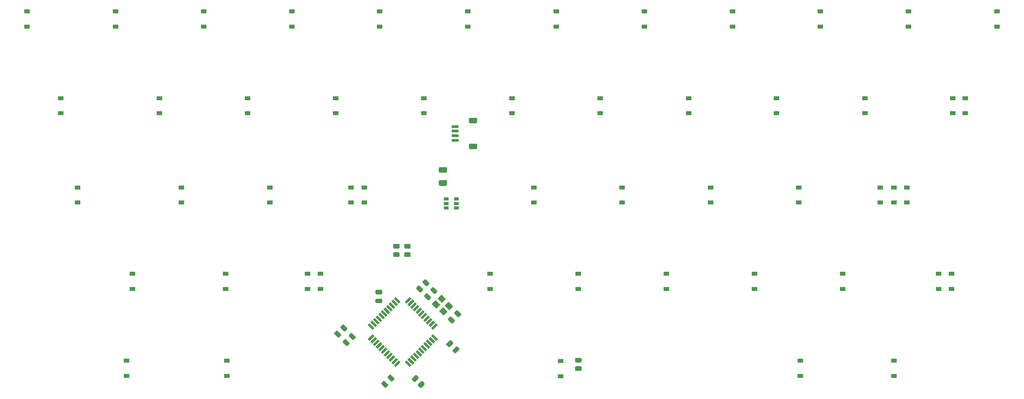
<source format=gbr>
%TF.GenerationSoftware,KiCad,Pcbnew,(5.1.9)-1*%
%TF.CreationDate,2021-01-25T12:39:42+01:00*%
%TF.ProjectId,FriedrichPCB,46726965-6472-4696-9368-5043422e6b69,rev?*%
%TF.SameCoordinates,Original*%
%TF.FileFunction,Paste,Bot*%
%TF.FilePolarity,Positive*%
%FSLAX46Y46*%
G04 Gerber Fmt 4.6, Leading zero omitted, Abs format (unit mm)*
G04 Created by KiCad (PCBNEW (5.1.9)-1) date 2021-01-25 12:39:42*
%MOMM*%
%LPD*%
G01*
G04 APERTURE LIST*
%ADD10C,0.100000*%
%ADD11R,1.060000X0.650000*%
%ADD12R,1.200000X0.900000*%
G04 APERTURE END LIST*
%TO.C,USB1*%
G36*
G01*
X139604199Y-86528000D02*
X140904201Y-86528000D01*
G75*
G02*
X141154200Y-86777999I0J-249999D01*
G01*
X141154200Y-87478001D01*
G75*
G02*
X140904201Y-87728000I-249999J0D01*
G01*
X139604199Y-87728000D01*
G75*
G02*
X139354200Y-87478001I0J249999D01*
G01*
X139354200Y-86777999D01*
G75*
G02*
X139604199Y-86528000I249999J0D01*
G01*
G37*
G36*
G01*
X139604199Y-80928000D02*
X140904201Y-80928000D01*
G75*
G02*
X141154200Y-81177999I0J-249999D01*
G01*
X141154200Y-81878001D01*
G75*
G02*
X140904201Y-82128000I-249999J0D01*
G01*
X139604199Y-82128000D01*
G75*
G02*
X139354200Y-81878001I0J249999D01*
G01*
X139354200Y-81177999D01*
G75*
G02*
X139604199Y-80928000I249999J0D01*
G01*
G37*
G36*
G01*
X135754200Y-85528000D02*
X137004200Y-85528000D01*
G75*
G02*
X137154200Y-85678000I0J-150000D01*
G01*
X137154200Y-85978000D01*
G75*
G02*
X137004200Y-86128000I-150000J0D01*
G01*
X135754200Y-86128000D01*
G75*
G02*
X135604200Y-85978000I0J150000D01*
G01*
X135604200Y-85678000D01*
G75*
G02*
X135754200Y-85528000I150000J0D01*
G01*
G37*
G36*
G01*
X135754200Y-84528000D02*
X137004200Y-84528000D01*
G75*
G02*
X137154200Y-84678000I0J-150000D01*
G01*
X137154200Y-84978000D01*
G75*
G02*
X137004200Y-85128000I-150000J0D01*
G01*
X135754200Y-85128000D01*
G75*
G02*
X135604200Y-84978000I0J150000D01*
G01*
X135604200Y-84678000D01*
G75*
G02*
X135754200Y-84528000I150000J0D01*
G01*
G37*
G36*
G01*
X135754200Y-83528000D02*
X137004200Y-83528000D01*
G75*
G02*
X137154200Y-83678000I0J-150000D01*
G01*
X137154200Y-83978000D01*
G75*
G02*
X137004200Y-84128000I-150000J0D01*
G01*
X135754200Y-84128000D01*
G75*
G02*
X135604200Y-83978000I0J150000D01*
G01*
X135604200Y-83678000D01*
G75*
G02*
X135754200Y-83528000I150000J0D01*
G01*
G37*
G36*
G01*
X135754200Y-82528000D02*
X137004200Y-82528000D01*
G75*
G02*
X137154200Y-82678000I0J-150000D01*
G01*
X137154200Y-82978000D01*
G75*
G02*
X137004200Y-83128000I-150000J0D01*
G01*
X135754200Y-83128000D01*
G75*
G02*
X135604200Y-82978000I0J150000D01*
G01*
X135604200Y-82678000D01*
G75*
G02*
X135754200Y-82528000I150000J0D01*
G01*
G37*
%TD*%
D10*
%TO.C,X1*%
G36*
X135952897Y-121659488D02*
G01*
X135104369Y-122508016D01*
X134114419Y-121518066D01*
X134962947Y-120669538D01*
X135952897Y-121659488D01*
G37*
G36*
X134397262Y-120103853D02*
G01*
X133548734Y-120952381D01*
X132558784Y-119962431D01*
X133407312Y-119113903D01*
X134397262Y-120103853D01*
G37*
G36*
X133195181Y-121305934D02*
G01*
X132346653Y-122154462D01*
X131356703Y-121164512D01*
X132205231Y-120315984D01*
X133195181Y-121305934D01*
G37*
G36*
X134750816Y-122861569D02*
G01*
X133902288Y-123710097D01*
X132912338Y-122720147D01*
X133760866Y-121871619D01*
X134750816Y-122861569D01*
G37*
%TD*%
D11*
%TO.C,U2*%
X134485200Y-99466400D03*
X134485200Y-98516400D03*
X134485200Y-100416400D03*
X136685200Y-100416400D03*
X136685200Y-99466400D03*
X136685200Y-98516400D03*
%TD*%
D10*
%TO.C,U1*%
G36*
X118546540Y-127731298D02*
G01*
X118935448Y-128120206D01*
X117874788Y-129180866D01*
X117485880Y-128791958D01*
X118546540Y-127731298D01*
G37*
G36*
X119112226Y-128296983D02*
G01*
X119501134Y-128685891D01*
X118440474Y-129746551D01*
X118051566Y-129357643D01*
X119112226Y-128296983D01*
G37*
G36*
X119677911Y-128862668D02*
G01*
X120066819Y-129251576D01*
X119006159Y-130312236D01*
X118617251Y-129923328D01*
X119677911Y-128862668D01*
G37*
G36*
X120243596Y-129428354D02*
G01*
X120632504Y-129817262D01*
X119571844Y-130877922D01*
X119182936Y-130489014D01*
X120243596Y-129428354D01*
G37*
G36*
X120809282Y-129994039D02*
G01*
X121198190Y-130382947D01*
X120137530Y-131443607D01*
X119748622Y-131054699D01*
X120809282Y-129994039D01*
G37*
G36*
X121374967Y-130559725D02*
G01*
X121763875Y-130948633D01*
X120703215Y-132009293D01*
X120314307Y-131620385D01*
X121374967Y-130559725D01*
G37*
G36*
X121940653Y-131125410D02*
G01*
X122329561Y-131514318D01*
X121268901Y-132574978D01*
X120879993Y-132186070D01*
X121940653Y-131125410D01*
G37*
G36*
X122506338Y-131691096D02*
G01*
X122895246Y-132080004D01*
X121834586Y-133140664D01*
X121445678Y-132751756D01*
X122506338Y-131691096D01*
G37*
G36*
X123072024Y-132256781D02*
G01*
X123460932Y-132645689D01*
X122400272Y-133706349D01*
X122011364Y-133317441D01*
X123072024Y-132256781D01*
G37*
G36*
X123637709Y-132822466D02*
G01*
X124026617Y-133211374D01*
X122965957Y-134272034D01*
X122577049Y-133883126D01*
X123637709Y-132822466D01*
G37*
G36*
X124203394Y-133388152D02*
G01*
X124592302Y-133777060D01*
X123531642Y-134837720D01*
X123142734Y-134448812D01*
X124203394Y-133388152D01*
G37*
G36*
X125546898Y-133777060D02*
G01*
X125935806Y-133388152D01*
X126996466Y-134448812D01*
X126607558Y-134837720D01*
X125546898Y-133777060D01*
G37*
G36*
X126112583Y-133211374D02*
G01*
X126501491Y-132822466D01*
X127562151Y-133883126D01*
X127173243Y-134272034D01*
X126112583Y-133211374D01*
G37*
G36*
X126678268Y-132645689D02*
G01*
X127067176Y-132256781D01*
X128127836Y-133317441D01*
X127738928Y-133706349D01*
X126678268Y-132645689D01*
G37*
G36*
X127243954Y-132080004D02*
G01*
X127632862Y-131691096D01*
X128693522Y-132751756D01*
X128304614Y-133140664D01*
X127243954Y-132080004D01*
G37*
G36*
X127809639Y-131514318D02*
G01*
X128198547Y-131125410D01*
X129259207Y-132186070D01*
X128870299Y-132574978D01*
X127809639Y-131514318D01*
G37*
G36*
X128375325Y-130948633D02*
G01*
X128764233Y-130559725D01*
X129824893Y-131620385D01*
X129435985Y-132009293D01*
X128375325Y-130948633D01*
G37*
G36*
X128941010Y-130382947D02*
G01*
X129329918Y-129994039D01*
X130390578Y-131054699D01*
X130001670Y-131443607D01*
X128941010Y-130382947D01*
G37*
G36*
X129506696Y-129817262D02*
G01*
X129895604Y-129428354D01*
X130956264Y-130489014D01*
X130567356Y-130877922D01*
X129506696Y-129817262D01*
G37*
G36*
X130072381Y-129251576D02*
G01*
X130461289Y-128862668D01*
X131521949Y-129923328D01*
X131133041Y-130312236D01*
X130072381Y-129251576D01*
G37*
G36*
X130638066Y-128685891D02*
G01*
X131026974Y-128296983D01*
X132087634Y-129357643D01*
X131698726Y-129746551D01*
X130638066Y-128685891D01*
G37*
G36*
X131203752Y-128120206D02*
G01*
X131592660Y-127731298D01*
X132653320Y-128791958D01*
X132264412Y-129180866D01*
X131203752Y-128120206D01*
G37*
G36*
X132264412Y-125327134D02*
G01*
X132653320Y-125716042D01*
X131592660Y-126776702D01*
X131203752Y-126387794D01*
X132264412Y-125327134D01*
G37*
G36*
X131698726Y-124761449D02*
G01*
X132087634Y-125150357D01*
X131026974Y-126211017D01*
X130638066Y-125822109D01*
X131698726Y-124761449D01*
G37*
G36*
X131133041Y-124195764D02*
G01*
X131521949Y-124584672D01*
X130461289Y-125645332D01*
X130072381Y-125256424D01*
X131133041Y-124195764D01*
G37*
G36*
X130567356Y-123630078D02*
G01*
X130956264Y-124018986D01*
X129895604Y-125079646D01*
X129506696Y-124690738D01*
X130567356Y-123630078D01*
G37*
G36*
X130001670Y-123064393D02*
G01*
X130390578Y-123453301D01*
X129329918Y-124513961D01*
X128941010Y-124125053D01*
X130001670Y-123064393D01*
G37*
G36*
X129435985Y-122498707D02*
G01*
X129824893Y-122887615D01*
X128764233Y-123948275D01*
X128375325Y-123559367D01*
X129435985Y-122498707D01*
G37*
G36*
X128870299Y-121933022D02*
G01*
X129259207Y-122321930D01*
X128198547Y-123382590D01*
X127809639Y-122993682D01*
X128870299Y-121933022D01*
G37*
G36*
X128304614Y-121367336D02*
G01*
X128693522Y-121756244D01*
X127632862Y-122816904D01*
X127243954Y-122427996D01*
X128304614Y-121367336D01*
G37*
G36*
X127738928Y-120801651D02*
G01*
X128127836Y-121190559D01*
X127067176Y-122251219D01*
X126678268Y-121862311D01*
X127738928Y-120801651D01*
G37*
G36*
X127173243Y-120235966D02*
G01*
X127562151Y-120624874D01*
X126501491Y-121685534D01*
X126112583Y-121296626D01*
X127173243Y-120235966D01*
G37*
G36*
X126607558Y-119670280D02*
G01*
X126996466Y-120059188D01*
X125935806Y-121119848D01*
X125546898Y-120730940D01*
X126607558Y-119670280D01*
G37*
G36*
X123142734Y-120059188D02*
G01*
X123531642Y-119670280D01*
X124592302Y-120730940D01*
X124203394Y-121119848D01*
X123142734Y-120059188D01*
G37*
G36*
X122577049Y-120624874D02*
G01*
X122965957Y-120235966D01*
X124026617Y-121296626D01*
X123637709Y-121685534D01*
X122577049Y-120624874D01*
G37*
G36*
X122011364Y-121190559D02*
G01*
X122400272Y-120801651D01*
X123460932Y-121862311D01*
X123072024Y-122251219D01*
X122011364Y-121190559D01*
G37*
G36*
X121445678Y-121756244D02*
G01*
X121834586Y-121367336D01*
X122895246Y-122427996D01*
X122506338Y-122816904D01*
X121445678Y-121756244D01*
G37*
G36*
X120879993Y-122321930D02*
G01*
X121268901Y-121933022D01*
X122329561Y-122993682D01*
X121940653Y-123382590D01*
X120879993Y-122321930D01*
G37*
G36*
X120314307Y-122887615D02*
G01*
X120703215Y-122498707D01*
X121763875Y-123559367D01*
X121374967Y-123948275D01*
X120314307Y-122887615D01*
G37*
G36*
X119748622Y-123453301D02*
G01*
X120137530Y-123064393D01*
X121198190Y-124125053D01*
X120809282Y-124513961D01*
X119748622Y-123453301D01*
G37*
G36*
X119182936Y-124018986D02*
G01*
X119571844Y-123630078D01*
X120632504Y-124690738D01*
X120243596Y-125079646D01*
X119182936Y-124018986D01*
G37*
G36*
X118617251Y-124584672D02*
G01*
X119006159Y-124195764D01*
X120066819Y-125256424D01*
X119677911Y-125645332D01*
X118617251Y-124584672D01*
G37*
G36*
X118051566Y-125150357D02*
G01*
X118440474Y-124761449D01*
X119501134Y-125822109D01*
X119112226Y-126211017D01*
X118051566Y-125150357D01*
G37*
G36*
X117485880Y-125716042D02*
G01*
X117874788Y-125327134D01*
X118935448Y-126387794D01*
X118546540Y-126776702D01*
X117485880Y-125716042D01*
G37*
%TD*%
%TO.C,R5*%
G36*
G01*
X162567198Y-134664400D02*
X163467202Y-134664400D01*
G75*
G02*
X163717200Y-134914398I0J-249998D01*
G01*
X163717200Y-135439402D01*
G75*
G02*
X163467202Y-135689400I-249998J0D01*
G01*
X162567198Y-135689400D01*
G75*
G02*
X162317200Y-135439402I0J249998D01*
G01*
X162317200Y-134914398D01*
G75*
G02*
X162567198Y-134664400I249998J0D01*
G01*
G37*
G36*
G01*
X162567198Y-132839400D02*
X163467202Y-132839400D01*
G75*
G02*
X163717200Y-133089398I0J-249998D01*
G01*
X163717200Y-133614402D01*
G75*
G02*
X163467202Y-133864400I-249998J0D01*
G01*
X162567198Y-133864400D01*
G75*
G02*
X162317200Y-133614402I0J249998D01*
G01*
X162317200Y-133089398D01*
G75*
G02*
X162567198Y-132839400I249998J0D01*
G01*
G37*
%TD*%
%TO.C,R3*%
G36*
G01*
X128457756Y-137371757D02*
X127821357Y-138008156D01*
G75*
G02*
X127467807Y-138008156I-176775J176775D01*
G01*
X127096574Y-137636923D01*
G75*
G02*
X127096574Y-137283373I176775J176775D01*
G01*
X127732973Y-136646974D01*
G75*
G02*
X128086523Y-136646974I176775J-176775D01*
G01*
X128457756Y-137018207D01*
G75*
G02*
X128457756Y-137371757I-176775J-176775D01*
G01*
G37*
G36*
G01*
X129748226Y-138662227D02*
X129111827Y-139298626D01*
G75*
G02*
X128758277Y-139298626I-176775J176775D01*
G01*
X128387044Y-138927393D01*
G75*
G02*
X128387044Y-138573843I176775J176775D01*
G01*
X129023443Y-137937444D01*
G75*
G02*
X129376993Y-137937444I176775J-176775D01*
G01*
X129748226Y-138308677D01*
G75*
G02*
X129748226Y-138662227I-176775J-176775D01*
G01*
G37*
%TD*%
%TO.C,R2*%
G36*
G01*
X123247998Y-110026400D02*
X124148002Y-110026400D01*
G75*
G02*
X124398000Y-110276398I0J-249998D01*
G01*
X124398000Y-110801402D01*
G75*
G02*
X124148002Y-111051400I-249998J0D01*
G01*
X123247998Y-111051400D01*
G75*
G02*
X122998000Y-110801402I0J249998D01*
G01*
X122998000Y-110276398D01*
G75*
G02*
X123247998Y-110026400I249998J0D01*
G01*
G37*
G36*
G01*
X123247998Y-108201400D02*
X124148002Y-108201400D01*
G75*
G02*
X124398000Y-108451398I0J-249998D01*
G01*
X124398000Y-108976402D01*
G75*
G02*
X124148002Y-109226400I-249998J0D01*
G01*
X123247998Y-109226400D01*
G75*
G02*
X122998000Y-108976402I0J249998D01*
G01*
X122998000Y-108451398D01*
G75*
G02*
X123247998Y-108201400I249998J0D01*
G01*
G37*
%TD*%
%TO.C,R1*%
G36*
G01*
X125635598Y-110026400D02*
X126535602Y-110026400D01*
G75*
G02*
X126785600Y-110276398I0J-249998D01*
G01*
X126785600Y-110801402D01*
G75*
G02*
X126535602Y-111051400I-249998J0D01*
G01*
X125635598Y-111051400D01*
G75*
G02*
X125385600Y-110801402I0J249998D01*
G01*
X125385600Y-110276398D01*
G75*
G02*
X125635598Y-110026400I249998J0D01*
G01*
G37*
G36*
G01*
X125635598Y-108201400D02*
X126535602Y-108201400D01*
G75*
G02*
X126785600Y-108451398I0J-249998D01*
G01*
X126785600Y-108976402D01*
G75*
G02*
X126535602Y-109226400I-249998J0D01*
G01*
X125635598Y-109226400D01*
G75*
G02*
X125385600Y-108976402I0J249998D01*
G01*
X125385600Y-108451398D01*
G75*
G02*
X125635598Y-108201400I249998J0D01*
G01*
G37*
%TD*%
%TO.C,F1*%
G36*
G01*
X133131400Y-94399400D02*
X134381400Y-94399400D01*
G75*
G02*
X134631400Y-94649400I0J-250000D01*
G01*
X134631400Y-95399400D01*
G75*
G02*
X134381400Y-95649400I-250000J0D01*
G01*
X133131400Y-95649400D01*
G75*
G02*
X132881400Y-95399400I0J250000D01*
G01*
X132881400Y-94649400D01*
G75*
G02*
X133131400Y-94399400I250000J0D01*
G01*
G37*
G36*
G01*
X133131400Y-91599400D02*
X134381400Y-91599400D01*
G75*
G02*
X134631400Y-91849400I0J-250000D01*
G01*
X134631400Y-92599400D01*
G75*
G02*
X134381400Y-92849400I-250000J0D01*
G01*
X133131400Y-92849400D01*
G75*
G02*
X132881400Y-92599400I0J250000D01*
G01*
X132881400Y-91849400D01*
G75*
G02*
X133131400Y-91599400I250000J0D01*
G01*
G37*
%TD*%
D12*
%TO.C,D63*%
X231241600Y-133478000D03*
X231241600Y-136778000D03*
%TD*%
%TO.C,D62*%
X211023200Y-133478000D03*
X211023200Y-136778000D03*
%TD*%
%TO.C,D58*%
X159156400Y-133528800D03*
X159156400Y-136828800D03*
%TD*%
%TO.C,D54*%
X87020400Y-133427200D03*
X87020400Y-136727200D03*
%TD*%
%TO.C,D53*%
X65379600Y-133427200D03*
X65379600Y-136727200D03*
%TD*%
%TO.C,D51*%
X243687600Y-114631200D03*
X243687600Y-117931200D03*
%TD*%
%TO.C,D49*%
X240842800Y-114631200D03*
X240842800Y-117931200D03*
%TD*%
%TO.C,D48*%
X220167200Y-114631200D03*
X220167200Y-117931200D03*
%TD*%
%TO.C,D47*%
X201117200Y-114631200D03*
X201117200Y-117931200D03*
%TD*%
%TO.C,D46*%
X182016400Y-114631200D03*
X182016400Y-117931200D03*
%TD*%
%TO.C,D45*%
X162966400Y-114631200D03*
X162966400Y-117931200D03*
%TD*%
%TO.C,D44*%
X143967200Y-114631200D03*
X143967200Y-117931200D03*
%TD*%
%TO.C,D43*%
X107289600Y-114631200D03*
X107289600Y-117931200D03*
%TD*%
%TO.C,D42*%
X104444800Y-114631200D03*
X104444800Y-117931200D03*
%TD*%
%TO.C,D41*%
X86766400Y-114631200D03*
X86766400Y-117931200D03*
%TD*%
%TO.C,D40*%
X66649600Y-114682000D03*
X66649600Y-117982000D03*
%TD*%
%TO.C,D38*%
X234035600Y-95987600D03*
X234035600Y-99287600D03*
%TD*%
%TO.C,D36*%
X228295200Y-95987600D03*
X228295200Y-99287600D03*
%TD*%
%TO.C,D35*%
X210616800Y-95987600D03*
X210616800Y-99287600D03*
%TD*%
%TO.C,D34*%
X191566800Y-95987600D03*
X191566800Y-99287600D03*
%TD*%
%TO.C,D33*%
X172466000Y-95987600D03*
X172466000Y-99287600D03*
%TD*%
%TO.C,D32*%
X153416000Y-95987600D03*
X153416000Y-99287600D03*
%TD*%
%TO.C,D31*%
X116738400Y-95987600D03*
X116738400Y-99287600D03*
%TD*%
%TO.C,D30*%
X113893600Y-95987600D03*
X113893600Y-99287600D03*
%TD*%
%TO.C,D29*%
X96316800Y-95987600D03*
X96316800Y-99287600D03*
%TD*%
%TO.C,D28*%
X77216000Y-95987600D03*
X77216000Y-99287600D03*
%TD*%
%TO.C,D27*%
X54762400Y-95987600D03*
X54762400Y-99287600D03*
%TD*%
%TO.C,D25*%
X246634000Y-76683600D03*
X246634000Y-79983600D03*
%TD*%
%TO.C,D24*%
X243941600Y-76683600D03*
X243941600Y-79983600D03*
%TD*%
%TO.C,D23*%
X224942400Y-76683600D03*
X224942400Y-79983600D03*
%TD*%
%TO.C,D22*%
X205841600Y-76683600D03*
X205841600Y-79983600D03*
%TD*%
%TO.C,D21*%
X186842400Y-76683600D03*
X186842400Y-79983600D03*
%TD*%
%TO.C,D20*%
X167741600Y-76683600D03*
X167741600Y-79983600D03*
%TD*%
%TO.C,D19*%
X148691600Y-76683600D03*
X148691600Y-79983600D03*
%TD*%
%TO.C,D18*%
X129641600Y-76683600D03*
X129641600Y-79983600D03*
%TD*%
%TO.C,D17*%
X110591600Y-76683600D03*
X110591600Y-79983600D03*
%TD*%
%TO.C,D16*%
X91541600Y-76683600D03*
X91541600Y-79983600D03*
%TD*%
%TO.C,D15*%
X72491600Y-76683600D03*
X72491600Y-79983600D03*
%TD*%
%TO.C,D14*%
X51104800Y-76683600D03*
X51104800Y-79983600D03*
%TD*%
%TO.C,D13*%
X253492000Y-57938400D03*
X253492000Y-61238400D03*
%TD*%
%TO.C,D12*%
X231190800Y-95987600D03*
X231190800Y-99287600D03*
%TD*%
%TO.C,D11*%
X234391200Y-57938400D03*
X234391200Y-61238400D03*
%TD*%
%TO.C,D10*%
X215341200Y-57938400D03*
X215341200Y-61238400D03*
%TD*%
%TO.C,D9*%
X196342000Y-57938400D03*
X196342000Y-61238400D03*
%TD*%
%TO.C,D8*%
X177292000Y-57938400D03*
X177292000Y-61238400D03*
%TD*%
%TO.C,D7*%
X158242000Y-57938400D03*
X158242000Y-61238400D03*
%TD*%
%TO.C,D6*%
X139141200Y-57938400D03*
X139141200Y-61238400D03*
%TD*%
%TO.C,D5*%
X120091200Y-57938400D03*
X120091200Y-61238400D03*
%TD*%
%TO.C,D4*%
X101092000Y-57938400D03*
X101092000Y-61238400D03*
%TD*%
%TO.C,D3*%
X82042000Y-57938400D03*
X82042000Y-61238400D03*
%TD*%
%TO.C,D2*%
X62992000Y-57938400D03*
X62992000Y-61238400D03*
%TD*%
%TO.C,D1*%
X43891200Y-57938400D03*
X43891200Y-61238400D03*
%TD*%
%TO.C,C9*%
G36*
G01*
X130460727Y-118955922D02*
X131132478Y-119627673D01*
G75*
G02*
X131132478Y-119981227I-176777J-176777D01*
G01*
X130778925Y-120334780D01*
G75*
G02*
X130425371Y-120334780I-176777J176777D01*
G01*
X129753620Y-119663029D01*
G75*
G02*
X129753620Y-119309475I176777J176777D01*
G01*
X130107173Y-118955922D01*
G75*
G02*
X130460727Y-118955922I176777J-176777D01*
G01*
G37*
G36*
G01*
X131804229Y-117612420D02*
X132475980Y-118284171D01*
G75*
G02*
X132475980Y-118637725I-176777J-176777D01*
G01*
X132122427Y-118991278D01*
G75*
G02*
X131768873Y-118991278I-176777J176777D01*
G01*
X131097122Y-118319527D01*
G75*
G02*
X131097122Y-117965973I176777J176777D01*
G01*
X131450675Y-117612420D01*
G75*
G02*
X131804229Y-117612420I176777J-176777D01*
G01*
G37*
%TD*%
%TO.C,C8*%
G36*
G01*
X136911024Y-124009127D02*
X136239273Y-123337376D01*
G75*
G02*
X136239273Y-122983822I176777J176777D01*
G01*
X136592826Y-122630269D01*
G75*
G02*
X136946380Y-122630269I176777J-176777D01*
G01*
X137618131Y-123302020D01*
G75*
G02*
X137618131Y-123655574I-176777J-176777D01*
G01*
X137264578Y-124009127D01*
G75*
G02*
X136911024Y-124009127I-176777J176777D01*
G01*
G37*
G36*
G01*
X135567522Y-125352629D02*
X134895771Y-124680878D01*
G75*
G02*
X134895771Y-124327324I176777J176777D01*
G01*
X135249324Y-123973771D01*
G75*
G02*
X135602878Y-123973771I176777J-176777D01*
G01*
X136274629Y-124645522D01*
G75*
G02*
X136274629Y-124999076I-176777J-176777D01*
G01*
X135921076Y-125352629D01*
G75*
G02*
X135567522Y-125352629I-176777J176777D01*
G01*
G37*
%TD*%
%TO.C,C7*%
G36*
G01*
X120363000Y-119133200D02*
X119413000Y-119133200D01*
G75*
G02*
X119163000Y-118883200I0J250000D01*
G01*
X119163000Y-118383200D01*
G75*
G02*
X119413000Y-118133200I250000J0D01*
G01*
X120363000Y-118133200D01*
G75*
G02*
X120613000Y-118383200I0J-250000D01*
G01*
X120613000Y-118883200D01*
G75*
G02*
X120363000Y-119133200I-250000J0D01*
G01*
G37*
G36*
G01*
X120363000Y-121033200D02*
X119413000Y-121033200D01*
G75*
G02*
X119163000Y-120783200I0J250000D01*
G01*
X119163000Y-120283200D01*
G75*
G02*
X119413000Y-120033200I250000J0D01*
G01*
X120363000Y-120033200D01*
G75*
G02*
X120613000Y-120283200I0J-250000D01*
G01*
X120613000Y-120783200D01*
G75*
G02*
X120363000Y-121033200I-250000J0D01*
G01*
G37*
%TD*%
%TO.C,C5*%
G36*
G01*
X135872322Y-131108473D02*
X136544073Y-130436722D01*
G75*
G02*
X136897627Y-130436722I176777J-176777D01*
G01*
X137251180Y-130790275D01*
G75*
G02*
X137251180Y-131143829I-176777J-176777D01*
G01*
X136579429Y-131815580D01*
G75*
G02*
X136225875Y-131815580I-176777J176777D01*
G01*
X135872322Y-131462027D01*
G75*
G02*
X135872322Y-131108473I176777J176777D01*
G01*
G37*
G36*
G01*
X134528820Y-129764971D02*
X135200571Y-129093220D01*
G75*
G02*
X135554125Y-129093220I176777J-176777D01*
G01*
X135907678Y-129446773D01*
G75*
G02*
X135907678Y-129800327I-176777J-176777D01*
G01*
X135235927Y-130472078D01*
G75*
G02*
X134882373Y-130472078I-176777J176777D01*
G01*
X134528820Y-130118525D01*
G75*
G02*
X134528820Y-129764971I176777J176777D01*
G01*
G37*
%TD*%
%TO.C,C4*%
G36*
G01*
X112833127Y-128861922D02*
X113504878Y-129533673D01*
G75*
G02*
X113504878Y-129887227I-176777J-176777D01*
G01*
X113151325Y-130240780D01*
G75*
G02*
X112797771Y-130240780I-176777J176777D01*
G01*
X112126020Y-129569029D01*
G75*
G02*
X112126020Y-129215475I176777J176777D01*
G01*
X112479573Y-128861922D01*
G75*
G02*
X112833127Y-128861922I176777J-176777D01*
G01*
G37*
G36*
G01*
X114176629Y-127518420D02*
X114848380Y-128190171D01*
G75*
G02*
X114848380Y-128543725I-176777J-176777D01*
G01*
X114494827Y-128897278D01*
G75*
G02*
X114141273Y-128897278I-176777J176777D01*
G01*
X113469522Y-128225527D01*
G75*
G02*
X113469522Y-127871973I176777J176777D01*
G01*
X113823075Y-127518420D01*
G75*
G02*
X114176629Y-127518420I176777J-176777D01*
G01*
G37*
%TD*%
%TO.C,C3*%
G36*
G01*
X130041673Y-117314878D02*
X129369922Y-116643127D01*
G75*
G02*
X129369922Y-116289573I176777J176777D01*
G01*
X129723475Y-115936020D01*
G75*
G02*
X130077029Y-115936020I176777J-176777D01*
G01*
X130748780Y-116607771D01*
G75*
G02*
X130748780Y-116961325I-176777J-176777D01*
G01*
X130395227Y-117314878D01*
G75*
G02*
X130041673Y-117314878I-176777J176777D01*
G01*
G37*
G36*
G01*
X128698171Y-118658380D02*
X128026420Y-117986629D01*
G75*
G02*
X128026420Y-117633075I176777J176777D01*
G01*
X128379973Y-117279522D01*
G75*
G02*
X128733527Y-117279522I176777J-176777D01*
G01*
X129405278Y-117951273D01*
G75*
G02*
X129405278Y-118304827I-176777J-176777D01*
G01*
X129051725Y-118658380D01*
G75*
G02*
X128698171Y-118658380I-176777J176777D01*
G01*
G37*
%TD*%
%TO.C,C2*%
G36*
G01*
X121203776Y-137864873D02*
X121875527Y-138536624D01*
G75*
G02*
X121875527Y-138890178I-176777J-176777D01*
G01*
X121521974Y-139243731D01*
G75*
G02*
X121168420Y-139243731I-176777J176777D01*
G01*
X120496669Y-138571980D01*
G75*
G02*
X120496669Y-138218426I176777J176777D01*
G01*
X120850222Y-137864873D01*
G75*
G02*
X121203776Y-137864873I176777J-176777D01*
G01*
G37*
G36*
G01*
X122547278Y-136521371D02*
X123219029Y-137193122D01*
G75*
G02*
X123219029Y-137546676I-176777J-176777D01*
G01*
X122865476Y-137900229D01*
G75*
G02*
X122511922Y-137900229I-176777J176777D01*
G01*
X121840171Y-137228478D01*
G75*
G02*
X121840171Y-136874924I176777J176777D01*
G01*
X122193724Y-136521371D01*
G75*
G02*
X122547278Y-136521371I176777J-176777D01*
G01*
G37*
%TD*%
%TO.C,C1*%
G36*
G01*
X111004327Y-127033122D02*
X111676078Y-127704873D01*
G75*
G02*
X111676078Y-128058427I-176777J-176777D01*
G01*
X111322525Y-128411980D01*
G75*
G02*
X110968971Y-128411980I-176777J176777D01*
G01*
X110297220Y-127740229D01*
G75*
G02*
X110297220Y-127386675I176777J176777D01*
G01*
X110650773Y-127033122D01*
G75*
G02*
X111004327Y-127033122I176777J-176777D01*
G01*
G37*
G36*
G01*
X112347829Y-125689620D02*
X113019580Y-126361371D01*
G75*
G02*
X113019580Y-126714925I-176777J-176777D01*
G01*
X112666027Y-127068478D01*
G75*
G02*
X112312473Y-127068478I-176777J176777D01*
G01*
X111640722Y-126396727D01*
G75*
G02*
X111640722Y-126043173I176777J176777D01*
G01*
X111994275Y-125689620D01*
G75*
G02*
X112347829Y-125689620I176777J-176777D01*
G01*
G37*
%TD*%
M02*

</source>
